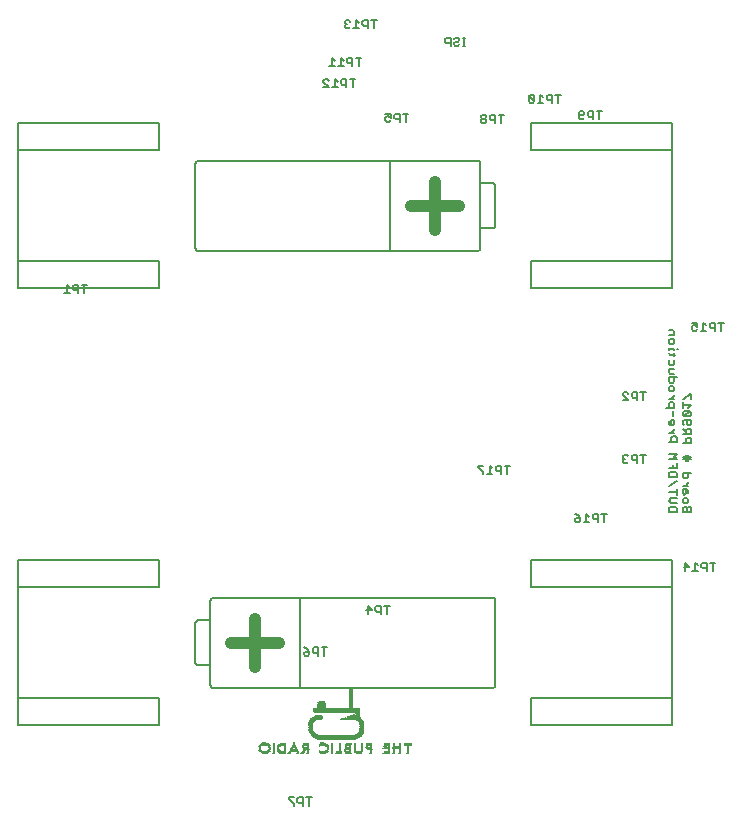
<source format=gbo>
G75*
%MOIN*%
%OFA0B0*%
%FSLAX24Y24*%
%IPPOS*%
%LPD*%
%AMOC8*
5,1,8,0,0,1.08239X$1,22.5*
%
%ADD10R,0.0010X0.0010*%
%ADD11R,0.0070X0.0010*%
%ADD12R,0.0080X0.0010*%
%ADD13R,0.0090X0.0010*%
%ADD14R,0.0230X0.0010*%
%ADD15R,0.0150X0.0010*%
%ADD16R,0.0170X0.0010*%
%ADD17R,0.0190X0.0010*%
%ADD18R,0.0100X0.0010*%
%ADD19R,0.0180X0.0010*%
%ADD20R,0.0210X0.0010*%
%ADD21R,0.0200X0.0010*%
%ADD22R,0.0110X0.0010*%
%ADD23R,0.0220X0.0010*%
%ADD24R,0.0250X0.0010*%
%ADD25R,0.0240X0.0010*%
%ADD26R,0.0270X0.0010*%
%ADD27R,0.0260X0.0010*%
%ADD28R,0.0290X0.0010*%
%ADD29R,0.0310X0.0010*%
%ADD30R,0.0130X0.0010*%
%ADD31R,0.0280X0.0010*%
%ADD32R,0.0050X0.0010*%
%ADD33R,0.0120X0.0010*%
%ADD34R,0.0030X0.0010*%
%ADD35R,0.0020X0.0010*%
%ADD36R,0.0160X0.0010*%
%ADD37R,0.0300X0.0010*%
%ADD38R,0.0060X0.0010*%
%ADD39R,0.0040X0.0010*%
%ADD40R,0.1290X0.0010*%
%ADD41R,0.1410X0.0010*%
%ADD42R,0.1490X0.0010*%
%ADD43R,0.1550X0.0010*%
%ADD44R,0.1610X0.0010*%
%ADD45R,0.1650X0.0010*%
%ADD46R,0.1690X0.0010*%
%ADD47R,0.0140X0.0010*%
%ADD48R,0.0700X0.0010*%
%ADD49R,0.0370X0.0010*%
%ADD50R,0.0620X0.0010*%
%ADD51R,0.0550X0.0010*%
%ADD52R,0.0350X0.0010*%
%ADD53R,0.0450X0.0010*%
%ADD54R,0.0330X0.0010*%
%ADD55R,0.0380X0.0010*%
%ADD56R,0.1540X0.0010*%
%ADD57R,0.1560X0.0010*%
%ADD58R,0.1530X0.0010*%
%ADD59C,0.0060*%
%ADD60C,0.0050*%
%ADD61C,0.0080*%
%ADD62C,0.0400*%
D10*
X011220Y002960D03*
X011250Y003030D03*
X011290Y003030D03*
X011320Y002960D03*
X011560Y002960D03*
X011580Y002960D03*
X011600Y002960D03*
X011780Y002980D03*
X011860Y002960D03*
X011880Y002960D03*
X011900Y002960D03*
X011920Y002960D03*
X011940Y002960D03*
X011960Y002960D03*
X011980Y002960D03*
X012060Y002960D03*
X012080Y002960D03*
X012100Y002960D03*
X012120Y002960D03*
X012180Y003040D03*
X012200Y003040D03*
X012220Y003040D03*
X012240Y003040D03*
X012260Y003040D03*
X012280Y003040D03*
X012300Y003040D03*
X012360Y002960D03*
X012380Y002960D03*
X012400Y002960D03*
X012420Y002960D03*
X012480Y002960D03*
X012500Y002960D03*
X012520Y002960D03*
X012540Y002960D03*
X012560Y002960D03*
X012680Y002960D03*
X012700Y002960D03*
X012720Y002960D03*
X012740Y002960D03*
X012570Y003110D03*
X012590Y003310D03*
X012240Y003340D03*
X011840Y003240D03*
X011810Y003310D03*
X011320Y003320D03*
X011300Y003320D03*
X011280Y003320D03*
X011260Y003320D03*
X011240Y003320D03*
X011220Y003320D03*
X011250Y003250D03*
X011270Y003250D03*
X011320Y003240D03*
X012760Y003740D03*
X012760Y003760D03*
X012760Y003820D03*
X012760Y003840D03*
X012760Y003900D03*
X012760Y003920D03*
X012760Y003980D03*
X012760Y004000D03*
X012880Y003960D03*
X012880Y003940D03*
X012880Y003880D03*
X012880Y003860D03*
X012880Y003800D03*
X012880Y003780D03*
X012940Y003660D03*
X012960Y003640D03*
X013020Y003600D03*
X013050Y003590D03*
X013060Y003580D03*
X013060Y003440D03*
X013080Y003440D03*
X013160Y003320D03*
X013180Y003320D03*
X013240Y003320D03*
X013260Y003320D03*
X013230Y003250D03*
X013210Y003250D03*
X013150Y003230D03*
X013110Y003210D03*
X013110Y003070D03*
X013210Y003030D03*
X013230Y003030D03*
X013260Y002960D03*
X013160Y002960D03*
X013500Y002960D03*
X013520Y002960D03*
X013540Y002960D03*
X013560Y002960D03*
X013660Y002960D03*
X013680Y002960D03*
X013700Y002960D03*
X013720Y002960D03*
X013740Y002960D03*
X013760Y002960D03*
X013780Y002960D03*
X013800Y002960D03*
X013820Y002960D03*
X014040Y002960D03*
X014060Y002960D03*
X014080Y002960D03*
X014100Y002960D03*
X014120Y002960D03*
X014140Y002960D03*
X014360Y002960D03*
X014390Y003030D03*
X014410Y003030D03*
X014510Y002990D03*
X014720Y003100D03*
X014750Y003170D03*
X014780Y002960D03*
X014800Y002960D03*
X014820Y002960D03*
X014840Y002960D03*
X015220Y002960D03*
X015240Y002960D03*
X015260Y002960D03*
X015280Y002960D03*
X015300Y002960D03*
X015320Y002960D03*
X015340Y002960D03*
X015360Y002960D03*
X015380Y002960D03*
X015400Y002960D03*
X015420Y002960D03*
X015540Y002960D03*
X015560Y002960D03*
X015580Y002960D03*
X015600Y002960D03*
X015760Y002960D03*
X015780Y002960D03*
X015800Y002960D03*
X015820Y002960D03*
X016020Y002960D03*
X016040Y002960D03*
X016060Y002960D03*
X016080Y002960D03*
X015730Y003190D03*
X015710Y003190D03*
X015690Y003190D03*
X015670Y003190D03*
X015650Y003190D03*
X015630Y003190D03*
X015350Y003190D03*
X015330Y003190D03*
X015310Y003190D03*
X015290Y003190D03*
X015270Y003190D03*
X015250Y003190D03*
X015230Y003190D03*
X015220Y003120D03*
X015240Y003120D03*
X015260Y003120D03*
X015280Y003120D03*
X015300Y003120D03*
X015320Y003120D03*
X015340Y003120D03*
X014480Y003540D03*
X014450Y003510D03*
X014420Y003500D03*
X014500Y003580D03*
X014580Y003740D03*
X014580Y003760D03*
X014580Y003820D03*
X014580Y003840D03*
X014580Y003900D03*
X014580Y003920D03*
X014580Y003980D03*
X014580Y004000D03*
X014560Y004020D03*
X014560Y004040D03*
X014540Y004080D03*
X014520Y004100D03*
X014460Y004160D03*
X014440Y004180D03*
X014440Y004200D03*
X014440Y004260D03*
X014440Y004280D03*
X014440Y004340D03*
X014440Y004360D03*
X014440Y004420D03*
X014440Y004440D03*
X014270Y004330D03*
X014230Y004330D03*
X014190Y004330D03*
X014170Y004330D03*
X014150Y004330D03*
X014110Y004330D03*
X014070Y004330D03*
X014030Y004330D03*
X013990Y004330D03*
X013950Y004330D03*
X013910Y004330D03*
X013870Y004330D03*
X013830Y004330D03*
X013790Y004330D03*
X013750Y004330D03*
X013710Y004330D03*
X013670Y004330D03*
X013630Y004330D03*
X013590Y004330D03*
X013550Y004330D03*
X013510Y004330D03*
X013470Y004330D03*
X013430Y004330D03*
X013390Y004330D03*
X013350Y004330D03*
X013310Y004330D03*
X013270Y004330D03*
X013230Y004330D03*
X013190Y004330D03*
X013150Y004330D03*
X013110Y004330D03*
X013070Y004330D03*
X013030Y004330D03*
X012990Y004330D03*
X012950Y004330D03*
X012940Y004340D03*
X012900Y004420D03*
X012900Y004440D03*
X012920Y004460D03*
X012930Y004470D03*
X012950Y004470D03*
X013060Y004500D03*
X013060Y004520D03*
X013060Y004580D03*
X013060Y004600D03*
X013060Y004660D03*
X013300Y004640D03*
X013300Y004620D03*
X013300Y004560D03*
X013300Y004540D03*
X013300Y004480D03*
X013170Y004230D03*
X013180Y004220D03*
X013200Y004180D03*
X013180Y004140D03*
X013140Y004100D03*
X013120Y004100D03*
X013100Y004100D03*
X013080Y004100D03*
X013050Y004090D03*
X012940Y004060D03*
X012920Y004040D03*
X012900Y004000D03*
X012820Y004120D03*
X012840Y004140D03*
X012900Y004180D03*
X012940Y004200D03*
X012980Y004220D03*
X013000Y004220D03*
X013010Y004230D03*
X013030Y004230D03*
X013820Y004100D03*
X013840Y004100D03*
X013860Y004100D03*
X013860Y004120D03*
X013880Y004100D03*
X013900Y004100D03*
X013920Y004100D03*
X013940Y004100D03*
X013960Y004100D03*
X013980Y004100D03*
X014000Y004100D03*
X014020Y004100D03*
X014040Y004100D03*
X014060Y004100D03*
X014080Y004100D03*
X014100Y004100D03*
X014120Y004100D03*
X014140Y004100D03*
X014160Y004100D03*
X014180Y004100D03*
X014200Y004100D03*
X014220Y004100D03*
X014240Y004100D03*
X014260Y004100D03*
X014270Y004090D03*
X014290Y004090D03*
X014420Y004020D03*
X014440Y004000D03*
X014440Y003980D03*
X014460Y003940D03*
X014460Y003880D03*
X014460Y003860D03*
X014460Y003800D03*
X014460Y003780D03*
X014320Y003600D03*
X014280Y003580D03*
X014260Y003580D03*
X014260Y003440D03*
X014010Y003310D03*
X013920Y004140D03*
X013930Y004150D03*
X013990Y004170D03*
X014050Y004190D03*
X014080Y004200D03*
X014100Y004200D03*
X014110Y004210D03*
X014140Y004220D03*
X014160Y004220D03*
X014260Y004260D03*
X014220Y004480D03*
X014220Y004540D03*
X014220Y004560D03*
X014220Y004620D03*
X014220Y004640D03*
X014220Y004700D03*
X014220Y004720D03*
X014220Y004780D03*
X014220Y004800D03*
X014220Y004860D03*
X014220Y004880D03*
X014220Y004940D03*
X014220Y004960D03*
X014220Y005020D03*
X014220Y005040D03*
X014220Y005100D03*
X014220Y005120D03*
X014200Y005160D03*
X014100Y005140D03*
X014100Y005080D03*
X014100Y005060D03*
X014100Y005000D03*
X014100Y004980D03*
X014100Y004920D03*
X014100Y004900D03*
X014100Y004840D03*
X014100Y004820D03*
X014100Y004760D03*
X014100Y004740D03*
X014100Y004680D03*
X014100Y004660D03*
X014100Y004600D03*
X014100Y004580D03*
X014100Y004520D03*
X014100Y004500D03*
X012920Y003500D03*
X012840Y003580D03*
D11*
X012710Y003240D03*
X012710Y003220D03*
X012710Y003200D03*
X012710Y003180D03*
X012710Y003080D03*
X012710Y003060D03*
X012710Y003040D03*
X012710Y003020D03*
X012710Y003000D03*
X012710Y002980D03*
X012240Y003290D03*
X011580Y003290D03*
X011580Y003310D03*
X011580Y003270D03*
X011580Y003250D03*
X011580Y003230D03*
X011580Y003210D03*
X011580Y003190D03*
X011580Y003170D03*
X011580Y003150D03*
X011580Y003130D03*
X011580Y003110D03*
X011580Y003090D03*
X011580Y003070D03*
X011580Y003050D03*
X011580Y003030D03*
X011580Y003010D03*
X011580Y002990D03*
X011580Y002970D03*
X011430Y003120D03*
X011430Y003140D03*
X011430Y003160D03*
X011270Y002960D03*
X011110Y003100D03*
X013210Y002960D03*
X013370Y003100D03*
X013370Y003180D03*
X013950Y003080D03*
X013950Y003060D03*
X014290Y003080D03*
X014290Y003100D03*
X014290Y003120D03*
X014290Y003140D03*
X014290Y003160D03*
X014290Y003180D03*
X014290Y003200D03*
X014290Y003220D03*
X014290Y003240D03*
X014290Y003260D03*
X014290Y003280D03*
X014290Y003300D03*
X014510Y003300D03*
X014510Y003280D03*
X014510Y003260D03*
X014510Y003240D03*
X014510Y003220D03*
X014510Y003200D03*
X014510Y003180D03*
X014510Y003160D03*
X014510Y003140D03*
X014510Y003120D03*
X014510Y003100D03*
X014410Y002960D03*
X014810Y002980D03*
X014810Y003000D03*
X014810Y003020D03*
X014810Y003040D03*
X014810Y003060D03*
X014810Y003080D03*
X014810Y003180D03*
X014810Y003200D03*
X014810Y003220D03*
X014810Y003240D03*
X015790Y003240D03*
X015790Y003260D03*
X015790Y003280D03*
X015790Y003300D03*
X015790Y003220D03*
X015790Y003200D03*
X015790Y003100D03*
X015790Y003080D03*
X015790Y003060D03*
X015790Y003040D03*
X015790Y003020D03*
X015790Y003000D03*
X015790Y002980D03*
X014160Y005170D03*
D12*
X013795Y003310D03*
X013795Y003300D03*
X013795Y003290D03*
X013795Y003280D03*
X013795Y003270D03*
X013795Y003260D03*
X013795Y003250D03*
X013795Y003240D03*
X013795Y003230D03*
X013795Y003220D03*
X013795Y003210D03*
X013795Y003200D03*
X013795Y003190D03*
X013795Y003180D03*
X013795Y003170D03*
X013795Y003160D03*
X013795Y003150D03*
X013795Y003140D03*
X013795Y003130D03*
X013795Y003120D03*
X013795Y003110D03*
X013795Y003100D03*
X013795Y003090D03*
X013795Y003080D03*
X013795Y003070D03*
X013795Y003060D03*
X013795Y003050D03*
X013795Y003040D03*
X013955Y003090D03*
X013985Y003200D03*
X013985Y003210D03*
X013985Y003220D03*
X014115Y003220D03*
X014115Y003230D03*
X014115Y003240D03*
X014115Y003210D03*
X014115Y003200D03*
X014115Y003190D03*
X014115Y003180D03*
X014115Y003100D03*
X014115Y003090D03*
X014115Y003080D03*
X014115Y003070D03*
X014115Y003060D03*
X014115Y003050D03*
X014115Y003040D03*
X014295Y003060D03*
X014495Y003050D03*
X014505Y003080D03*
X014665Y003180D03*
X014665Y003190D03*
X014665Y003200D03*
X014665Y003210D03*
X014665Y003220D03*
X015405Y003220D03*
X015405Y003230D03*
X015405Y003240D03*
X015405Y003210D03*
X015405Y003200D03*
X015405Y003190D03*
X015405Y003110D03*
X015405Y003100D03*
X015405Y003090D03*
X015405Y003080D03*
X015405Y003070D03*
X015405Y003060D03*
X015405Y003050D03*
X015405Y003040D03*
X015575Y003040D03*
X015575Y003050D03*
X015575Y003060D03*
X015575Y003070D03*
X015575Y003080D03*
X015575Y003090D03*
X015575Y003100D03*
X015575Y003110D03*
X015575Y003190D03*
X015575Y003200D03*
X015575Y003210D03*
X015575Y003220D03*
X015575Y003230D03*
X015575Y003240D03*
X015575Y003250D03*
X015575Y003260D03*
X015575Y003270D03*
X015575Y003280D03*
X015575Y003290D03*
X015575Y003300D03*
X015575Y003310D03*
X015575Y003030D03*
X015575Y003020D03*
X015575Y003010D03*
X015575Y003000D03*
X015575Y002990D03*
X015575Y002980D03*
X015575Y002970D03*
X016045Y002970D03*
X016045Y002980D03*
X016045Y002990D03*
X016045Y003000D03*
X016045Y003010D03*
X016045Y003020D03*
X016045Y003030D03*
X016045Y003040D03*
X016045Y003050D03*
X016045Y003060D03*
X016045Y003070D03*
X016045Y003080D03*
X016045Y003090D03*
X016045Y003100D03*
X016045Y003110D03*
X016045Y003120D03*
X016045Y003130D03*
X016045Y003140D03*
X016045Y003150D03*
X016045Y003160D03*
X016045Y003170D03*
X016045Y003180D03*
X016045Y003190D03*
X016045Y003200D03*
X016045Y003210D03*
X016045Y003220D03*
X016045Y003230D03*
X016045Y003240D03*
X013525Y003240D03*
X013525Y003250D03*
X013525Y003260D03*
X013525Y003270D03*
X013525Y003280D03*
X013525Y003290D03*
X013525Y003300D03*
X013525Y003310D03*
X013525Y003230D03*
X013525Y003220D03*
X013525Y003210D03*
X013525Y003200D03*
X013525Y003190D03*
X013525Y003180D03*
X013525Y003170D03*
X013525Y003160D03*
X013525Y003150D03*
X013525Y003140D03*
X013525Y003130D03*
X013525Y003120D03*
X013525Y003110D03*
X013525Y003100D03*
X013525Y003090D03*
X013525Y003080D03*
X013525Y003070D03*
X013525Y003060D03*
X013525Y003050D03*
X013525Y003040D03*
X013525Y003030D03*
X013525Y003020D03*
X013525Y003010D03*
X013525Y003000D03*
X013525Y002990D03*
X013525Y002980D03*
X013525Y002970D03*
X013375Y003120D03*
X013375Y003130D03*
X013375Y003140D03*
X013375Y003150D03*
X013375Y003160D03*
X012555Y003190D03*
X012555Y003200D03*
X012555Y003210D03*
X012555Y003220D03*
X012315Y003120D03*
X012295Y003160D03*
X012175Y003150D03*
X012175Y003140D03*
X012115Y003020D03*
X012105Y003000D03*
X011945Y003040D03*
X011945Y003050D03*
X011945Y003060D03*
X011945Y003070D03*
X011945Y003080D03*
X011945Y003090D03*
X011945Y003100D03*
X011945Y003110D03*
X011945Y003120D03*
X011945Y003130D03*
X011945Y003140D03*
X011945Y003150D03*
X011945Y003160D03*
X011945Y003170D03*
X011945Y003180D03*
X011945Y003190D03*
X011945Y003200D03*
X011945Y003210D03*
X011945Y003220D03*
X011945Y003230D03*
X011945Y003240D03*
X011715Y003170D03*
X011715Y003150D03*
X011715Y003140D03*
X011715Y003130D03*
X011715Y003120D03*
X011715Y003110D03*
X011425Y003100D03*
X011425Y003090D03*
X011425Y003180D03*
X011425Y003190D03*
X011115Y003180D03*
X011105Y003160D03*
X011105Y003140D03*
X011105Y003130D03*
X011105Y003120D03*
X012235Y003270D03*
X012235Y003280D03*
X012355Y003040D03*
X012375Y003000D03*
X012385Y002980D03*
D13*
X012380Y002990D03*
X012370Y003010D03*
X012360Y003020D03*
X012360Y003030D03*
X012390Y002970D03*
X012540Y002980D03*
X012590Y003050D03*
X012600Y003060D03*
X012710Y003070D03*
X012710Y003050D03*
X012710Y003030D03*
X012710Y003010D03*
X012710Y002990D03*
X012710Y002970D03*
X012710Y003170D03*
X012710Y003190D03*
X012710Y003210D03*
X012710Y003230D03*
X012560Y003230D03*
X012560Y003180D03*
X012310Y003130D03*
X012300Y003140D03*
X012300Y003150D03*
X012290Y003170D03*
X012190Y003170D03*
X012180Y003160D03*
X012170Y003130D03*
X012160Y003120D03*
X012120Y003040D03*
X012120Y003030D03*
X012110Y003010D03*
X012100Y002980D03*
X012090Y002970D03*
X012240Y003260D03*
X011740Y003220D03*
X011730Y003200D03*
X011730Y003190D03*
X011720Y003180D03*
X011720Y003160D03*
X011720Y003100D03*
X011730Y003090D03*
X011730Y003080D03*
X011740Y003060D03*
X011580Y003060D03*
X011580Y003040D03*
X011580Y003020D03*
X011580Y003000D03*
X011580Y002980D03*
X011580Y003080D03*
X011580Y003100D03*
X011580Y003120D03*
X011580Y003140D03*
X011580Y003160D03*
X011580Y003180D03*
X011580Y003200D03*
X011580Y003220D03*
X011580Y003240D03*
X011580Y003260D03*
X011580Y003280D03*
X011580Y003300D03*
X011420Y003200D03*
X011410Y003210D03*
X011430Y003170D03*
X011430Y003150D03*
X011430Y003130D03*
X011430Y003110D03*
X011420Y003080D03*
X011410Y003070D03*
X011120Y003080D03*
X011110Y003090D03*
X011110Y003110D03*
X011110Y003150D03*
X011110Y003170D03*
X011110Y003190D03*
X011120Y003200D03*
X013150Y003250D03*
X013360Y003200D03*
X013370Y003190D03*
X013370Y003170D03*
X013370Y003110D03*
X013370Y003090D03*
X013360Y003080D03*
X013150Y003030D03*
X013950Y003050D03*
X013960Y003040D03*
X013950Y003070D03*
X013960Y003100D03*
X014000Y003180D03*
X013990Y003190D03*
X013990Y003230D03*
X014000Y003240D03*
X014290Y003250D03*
X014290Y003270D03*
X014290Y003290D03*
X014290Y003310D03*
X014290Y003230D03*
X014290Y003210D03*
X014290Y003190D03*
X014290Y003170D03*
X014290Y003150D03*
X014290Y003130D03*
X014290Y003110D03*
X014290Y003090D03*
X014290Y003070D03*
X014300Y003050D03*
X014500Y003060D03*
X014510Y003070D03*
X014510Y003090D03*
X014510Y003110D03*
X014510Y003130D03*
X014510Y003150D03*
X014510Y003170D03*
X014510Y003190D03*
X014510Y003210D03*
X014510Y003230D03*
X014510Y003250D03*
X014510Y003270D03*
X014510Y003290D03*
X014510Y003310D03*
X014670Y003230D03*
X014680Y003240D03*
X014810Y003230D03*
X014810Y003210D03*
X014810Y003190D03*
X014810Y003170D03*
X014810Y003090D03*
X014810Y003070D03*
X014810Y003050D03*
X014810Y003030D03*
X014810Y003010D03*
X014810Y002990D03*
X014810Y002970D03*
X015400Y003120D03*
X015790Y003110D03*
X015790Y003090D03*
X015790Y003070D03*
X015790Y003050D03*
X015790Y003030D03*
X015790Y003010D03*
X015790Y002990D03*
X015790Y002970D03*
X015790Y003190D03*
X015790Y003210D03*
X015790Y003230D03*
X015790Y003250D03*
X015790Y003270D03*
X015790Y003290D03*
X015790Y003310D03*
D14*
X015330Y003310D03*
X015330Y003300D03*
X015330Y003290D03*
X015330Y003280D03*
X015330Y003270D03*
X015330Y003260D03*
X015330Y003250D03*
X015330Y003180D03*
X015330Y003170D03*
X015330Y003160D03*
X015330Y003150D03*
X015330Y003140D03*
X015330Y003130D03*
X015330Y003030D03*
X015330Y003020D03*
X015330Y003010D03*
X015330Y003000D03*
X015330Y002990D03*
X015330Y002980D03*
X015330Y002970D03*
X014740Y003250D03*
X014040Y003110D03*
X014040Y003030D03*
X014040Y003020D03*
X014040Y003010D03*
X013220Y002990D03*
X013220Y003290D03*
X012920Y003590D03*
X012640Y003270D03*
X012640Y003250D03*
X012640Y003150D03*
X011870Y003280D03*
X011870Y003000D03*
X013180Y004490D03*
X013180Y004570D03*
X013180Y004650D03*
X013180Y004670D03*
X013180Y004690D03*
X014420Y004090D03*
D15*
X014500Y004010D03*
X014510Y003990D03*
X014520Y003950D03*
X014520Y003930D03*
X014520Y003910D03*
X014520Y003890D03*
X014520Y003870D03*
X014520Y003850D03*
X014520Y003830D03*
X014520Y003810D03*
X014520Y003790D03*
X014520Y003770D03*
X014520Y003750D03*
X014500Y003710D03*
X014500Y003690D03*
X014780Y003310D03*
X014400Y002970D03*
X012840Y003690D03*
X012820Y003750D03*
X012820Y003770D03*
X012820Y003790D03*
X012820Y003810D03*
X012820Y003830D03*
X012820Y003870D03*
X012820Y003890D03*
X012820Y003910D03*
X012820Y003950D03*
X012820Y003970D03*
X012820Y003990D03*
X012680Y003310D03*
X012240Y003210D03*
X011360Y003250D03*
X014160Y004470D03*
X014160Y004490D03*
X014160Y004510D03*
X014160Y004530D03*
X014160Y004550D03*
X014160Y004570D03*
X014160Y004590D03*
X014160Y004610D03*
X014160Y004630D03*
X014160Y004650D03*
X014160Y004670D03*
X014160Y004690D03*
X014160Y004710D03*
X014160Y004730D03*
X014160Y004750D03*
X014160Y004770D03*
X014160Y004790D03*
X014160Y004810D03*
X014160Y004830D03*
X014160Y004850D03*
X014160Y004870D03*
X014160Y004890D03*
X014160Y004910D03*
X014160Y004930D03*
X014160Y004950D03*
X014160Y004970D03*
X014160Y004990D03*
X014160Y005010D03*
X014160Y005030D03*
X014160Y005050D03*
X014160Y005070D03*
X014160Y005090D03*
X014160Y005110D03*
D16*
X014470Y004050D03*
X014490Y004030D03*
X014490Y003670D03*
X014470Y003650D03*
X014760Y003300D03*
X014760Y003120D03*
X014770Y003110D03*
X014400Y002980D03*
X014070Y002970D03*
X014070Y003290D03*
X013210Y003310D03*
X013210Y002970D03*
X012670Y003110D03*
X012660Y003300D03*
X012240Y003180D03*
X012850Y003670D03*
X012870Y003650D03*
X011270Y003310D03*
X011270Y002970D03*
D17*
X011270Y003300D03*
X011890Y003300D03*
X011890Y002980D03*
X012660Y003090D03*
X012900Y003610D03*
X012880Y003630D03*
X012880Y004070D03*
X013180Y004710D03*
X013210Y003300D03*
X013740Y003030D03*
X013740Y003020D03*
X013740Y003010D03*
X013740Y003000D03*
X013740Y002990D03*
X013740Y002980D03*
X013740Y002970D03*
X014060Y002980D03*
X014060Y003270D03*
X014440Y003610D03*
X014460Y003630D03*
X014760Y003290D03*
X014750Y003280D03*
D18*
X014495Y003040D03*
X014305Y003040D03*
X013355Y003060D03*
X013355Y003070D03*
X013355Y003210D03*
X013345Y003220D03*
X012615Y003080D03*
X012605Y003070D03*
X012585Y003040D03*
X012575Y003030D03*
X012565Y003020D03*
X012555Y003000D03*
X012525Y002970D03*
X012105Y002990D03*
X011405Y003060D03*
X011405Y003220D03*
X011135Y003220D03*
X011125Y003210D03*
X011125Y003070D03*
X011135Y003060D03*
D19*
X011895Y002970D03*
X012655Y003120D03*
X012855Y004050D03*
X014065Y003280D03*
D20*
X014050Y003250D03*
X014050Y003150D03*
X014050Y003140D03*
X014050Y002990D03*
X014740Y003160D03*
X014740Y003260D03*
X014750Y003270D03*
X014450Y004070D03*
X013220Y002980D03*
X012650Y003130D03*
X012640Y003140D03*
X012640Y003260D03*
D21*
X012645Y003280D03*
X012655Y003290D03*
X014055Y003260D03*
X014055Y003170D03*
X014055Y003160D03*
X014395Y002990D03*
X014745Y003140D03*
X014755Y003130D03*
X011265Y002980D03*
D22*
X011150Y003040D03*
X011140Y003050D03*
X011140Y003230D03*
X011150Y003240D03*
X011390Y003240D03*
X011400Y003230D03*
X011400Y003050D03*
X011390Y003040D03*
X011740Y003070D03*
X011760Y003050D03*
X011740Y003210D03*
X011760Y003230D03*
X011770Y003240D03*
X012240Y003250D03*
X012570Y003240D03*
X012580Y003170D03*
X012560Y003010D03*
X012540Y002990D03*
X013330Y003040D03*
X013340Y003050D03*
X013340Y003230D03*
X013330Y003240D03*
X014320Y003030D03*
X014480Y003030D03*
X014680Y003170D03*
X014790Y003100D03*
X013100Y004230D03*
X014160Y005150D03*
D23*
X014335Y004250D03*
X014045Y003130D03*
X014045Y003120D03*
X014045Y003000D03*
X014395Y003000D03*
X014745Y003150D03*
X012635Y003160D03*
X011875Y003290D03*
X011875Y002990D03*
D24*
X011860Y003260D03*
X012240Y003110D03*
X012240Y003100D03*
X013230Y003010D03*
X013230Y003270D03*
X012910Y004090D03*
X013070Y004210D03*
X013180Y004510D03*
X013180Y004530D03*
X013180Y004550D03*
X013180Y004590D03*
X013180Y004610D03*
X013180Y004630D03*
X014410Y003590D03*
X014400Y003020D03*
X016040Y003260D03*
X016050Y003270D03*
X016040Y003280D03*
X016050Y003290D03*
X016040Y003300D03*
X016050Y003310D03*
X016050Y003250D03*
X011270Y003290D03*
X011270Y002990D03*
D25*
X013225Y003000D03*
X013225Y003280D03*
X014395Y003010D03*
D26*
X014300Y004230D03*
X013180Y004470D03*
X012240Y003090D03*
X011850Y003250D03*
X011270Y003280D03*
X011270Y003000D03*
D27*
X011855Y003010D03*
X011855Y003020D03*
X011855Y003270D03*
X013235Y003260D03*
X013235Y003020D03*
D28*
X012240Y003060D03*
X012240Y003070D03*
X011270Y003010D03*
X011270Y003270D03*
X013050Y004190D03*
X015680Y003180D03*
X015680Y003160D03*
X015680Y003140D03*
X015680Y003120D03*
D29*
X014280Y004210D03*
X012240Y003050D03*
X011270Y003020D03*
X011270Y003260D03*
D30*
X011170Y003250D03*
X011170Y003030D03*
X011370Y003030D03*
X012240Y003220D03*
X013310Y003250D03*
X013310Y003030D03*
X014090Y003310D03*
X014370Y004290D03*
X014370Y004310D03*
D31*
X012235Y003080D03*
X011845Y003030D03*
D32*
X012240Y003300D03*
X013130Y003040D03*
D33*
X012235Y003230D03*
X012235Y003240D03*
X011765Y003040D03*
D34*
X012240Y003330D03*
X012810Y003620D03*
X012810Y003640D03*
X012790Y003660D03*
X012790Y003680D03*
X012810Y003700D03*
X012810Y003720D03*
X012790Y003740D03*
X012790Y003760D03*
X012770Y003780D03*
X012770Y003800D03*
X012790Y003820D03*
X012790Y003840D03*
X012770Y003860D03*
X012770Y003880D03*
X012790Y003900D03*
X012790Y003920D03*
X012770Y003940D03*
X012770Y003960D03*
X012790Y003980D03*
X012790Y004000D03*
X012770Y004020D03*
X012810Y004020D03*
X012810Y004040D03*
X012790Y004060D03*
X012830Y004060D03*
X012830Y004080D03*
X012810Y004100D03*
X012850Y004100D03*
X012850Y004120D03*
X012870Y004140D03*
X012870Y004160D03*
X012910Y004160D03*
X012910Y004140D03*
X012890Y004120D03*
X012890Y004100D03*
X012870Y004080D03*
X012870Y004060D03*
X012850Y004040D03*
X012850Y004020D03*
X012830Y004000D03*
X012830Y003980D03*
X012810Y003960D03*
X012810Y003940D03*
X012830Y003920D03*
X012830Y003900D03*
X012810Y003880D03*
X012810Y003860D03*
X012830Y003840D03*
X012830Y003820D03*
X012810Y003800D03*
X012810Y003780D03*
X012830Y003760D03*
X012830Y003740D03*
X012850Y003720D03*
X012850Y003700D03*
X012830Y003680D03*
X012830Y003660D03*
X012850Y003640D03*
X012850Y003620D03*
X012830Y003600D03*
X012870Y003600D03*
X012870Y003580D03*
X012850Y003560D03*
X012890Y003560D03*
X012890Y003540D03*
X012910Y003520D03*
X012930Y003540D03*
X012930Y003560D03*
X012910Y003580D03*
X012910Y003600D03*
X012890Y003620D03*
X012890Y003640D03*
X012870Y003660D03*
X012870Y003680D03*
X012890Y003700D03*
X012890Y003720D03*
X012870Y003740D03*
X012870Y003760D03*
X012850Y003780D03*
X012850Y003800D03*
X012870Y003820D03*
X012870Y003840D03*
X012850Y003860D03*
X012850Y003880D03*
X012870Y003900D03*
X012870Y003920D03*
X012850Y003940D03*
X012850Y003960D03*
X012870Y003980D03*
X012870Y004000D03*
X012890Y004020D03*
X012890Y004040D03*
X012910Y004060D03*
X012910Y004080D03*
X012930Y004100D03*
X012930Y004120D03*
X012950Y004140D03*
X012950Y004160D03*
X012930Y004180D03*
X012970Y004180D03*
X012970Y004200D03*
X013010Y004200D03*
X013010Y004180D03*
X013030Y004160D03*
X013030Y004140D03*
X013010Y004120D03*
X013010Y004100D03*
X012990Y004080D03*
X012970Y004100D03*
X012970Y004120D03*
X012990Y004140D03*
X012990Y004160D03*
X013050Y004180D03*
X013050Y004200D03*
X013030Y004220D03*
X013070Y004220D03*
X013090Y004200D03*
X013090Y004180D03*
X013070Y004160D03*
X013070Y004140D03*
X013050Y004120D03*
X013050Y004100D03*
X013090Y004120D03*
X013110Y004140D03*
X013110Y004160D03*
X013130Y004180D03*
X013130Y004200D03*
X013110Y004220D03*
X013150Y004220D03*
X013170Y004200D03*
X013170Y004180D03*
X013150Y004160D03*
X013150Y004140D03*
X013130Y004120D03*
X013170Y004120D03*
X013190Y004160D03*
X013170Y004340D03*
X013170Y004360D03*
X013150Y004380D03*
X013150Y004400D03*
X013130Y004420D03*
X013130Y004440D03*
X013110Y004460D03*
X013110Y004480D03*
X013090Y004500D03*
X013090Y004520D03*
X013070Y004540D03*
X013070Y004560D03*
X013090Y004580D03*
X013090Y004600D03*
X013070Y004620D03*
X013070Y004640D03*
X013090Y004660D03*
X013090Y004680D03*
X013110Y004700D03*
X013130Y004680D03*
X013130Y004660D03*
X013110Y004640D03*
X013110Y004620D03*
X013130Y004600D03*
X013130Y004580D03*
X013110Y004560D03*
X013110Y004540D03*
X013130Y004520D03*
X013130Y004500D03*
X013150Y004480D03*
X013150Y004460D03*
X013170Y004440D03*
X013170Y004420D03*
X013190Y004400D03*
X013190Y004380D03*
X013210Y004360D03*
X013210Y004340D03*
X013250Y004340D03*
X013250Y004360D03*
X013230Y004380D03*
X013230Y004400D03*
X013210Y004420D03*
X013210Y004440D03*
X013190Y004460D03*
X013190Y004480D03*
X013170Y004500D03*
X013170Y004520D03*
X013150Y004540D03*
X013150Y004560D03*
X013170Y004580D03*
X013170Y004600D03*
X013150Y004620D03*
X013150Y004640D03*
X013170Y004660D03*
X013170Y004680D03*
X013150Y004700D03*
X013190Y004700D03*
X013210Y004680D03*
X013210Y004660D03*
X013190Y004640D03*
X013190Y004620D03*
X013210Y004600D03*
X013210Y004580D03*
X013190Y004560D03*
X013190Y004540D03*
X013210Y004520D03*
X013210Y004500D03*
X013230Y004480D03*
X013230Y004460D03*
X013250Y004440D03*
X013250Y004420D03*
X013270Y004400D03*
X013270Y004380D03*
X013290Y004360D03*
X013290Y004340D03*
X013330Y004340D03*
X013330Y004360D03*
X013310Y004380D03*
X013310Y004400D03*
X013290Y004420D03*
X013290Y004440D03*
X013310Y004460D03*
X013330Y004440D03*
X013330Y004420D03*
X013350Y004400D03*
X013350Y004380D03*
X013370Y004360D03*
X013370Y004340D03*
X013410Y004340D03*
X013410Y004360D03*
X013390Y004380D03*
X013390Y004400D03*
X013370Y004420D03*
X013370Y004440D03*
X013350Y004460D03*
X013340Y004470D03*
X013380Y004470D03*
X013390Y004460D03*
X013410Y004440D03*
X013410Y004420D03*
X013430Y004400D03*
X013430Y004380D03*
X013450Y004360D03*
X013450Y004340D03*
X013490Y004340D03*
X013490Y004360D03*
X013470Y004380D03*
X013470Y004400D03*
X013450Y004420D03*
X013450Y004440D03*
X013430Y004460D03*
X013420Y004470D03*
X013460Y004470D03*
X013470Y004460D03*
X013490Y004440D03*
X013490Y004420D03*
X013510Y004400D03*
X013510Y004380D03*
X013530Y004360D03*
X013530Y004340D03*
X013570Y004340D03*
X013570Y004360D03*
X013590Y004380D03*
X013590Y004400D03*
X013570Y004420D03*
X013570Y004440D03*
X013590Y004460D03*
X013580Y004470D03*
X013550Y004460D03*
X013540Y004470D03*
X013510Y004460D03*
X013500Y004470D03*
X013530Y004440D03*
X013530Y004420D03*
X013550Y004400D03*
X013550Y004380D03*
X013610Y004360D03*
X013610Y004340D03*
X013650Y004340D03*
X013650Y004360D03*
X013630Y004380D03*
X013630Y004400D03*
X013610Y004420D03*
X013610Y004440D03*
X013630Y004460D03*
X013620Y004470D03*
X013660Y004470D03*
X013670Y004460D03*
X013650Y004440D03*
X013650Y004420D03*
X013670Y004400D03*
X013670Y004380D03*
X013690Y004360D03*
X013690Y004340D03*
X013730Y004340D03*
X013730Y004360D03*
X013710Y004380D03*
X013710Y004400D03*
X013690Y004420D03*
X013690Y004440D03*
X013710Y004460D03*
X013700Y004470D03*
X013740Y004470D03*
X013750Y004460D03*
X013730Y004440D03*
X013730Y004420D03*
X013750Y004400D03*
X013750Y004380D03*
X013770Y004360D03*
X013770Y004340D03*
X013810Y004340D03*
X013810Y004360D03*
X013790Y004380D03*
X013790Y004400D03*
X013770Y004420D03*
X013770Y004440D03*
X013790Y004460D03*
X013780Y004470D03*
X013820Y004470D03*
X013830Y004460D03*
X013810Y004440D03*
X013810Y004420D03*
X013830Y004400D03*
X013830Y004380D03*
X013850Y004360D03*
X013850Y004340D03*
X013890Y004340D03*
X013890Y004360D03*
X013870Y004380D03*
X013870Y004400D03*
X013850Y004420D03*
X013850Y004440D03*
X013870Y004460D03*
X013860Y004470D03*
X013900Y004470D03*
X013910Y004460D03*
X013890Y004440D03*
X013890Y004420D03*
X013910Y004400D03*
X013910Y004380D03*
X013930Y004360D03*
X013930Y004340D03*
X013970Y004340D03*
X013970Y004360D03*
X013950Y004380D03*
X013950Y004400D03*
X013930Y004420D03*
X013930Y004440D03*
X013950Y004460D03*
X013940Y004470D03*
X013980Y004470D03*
X013990Y004460D03*
X013970Y004440D03*
X013970Y004420D03*
X013990Y004400D03*
X013990Y004380D03*
X014010Y004360D03*
X014010Y004340D03*
X014050Y004340D03*
X014050Y004360D03*
X014030Y004380D03*
X014030Y004400D03*
X014010Y004420D03*
X014010Y004440D03*
X014030Y004460D03*
X014020Y004470D03*
X014060Y004470D03*
X014070Y004460D03*
X014050Y004440D03*
X014050Y004420D03*
X014070Y004400D03*
X014070Y004380D03*
X014090Y004360D03*
X014090Y004340D03*
X014130Y004340D03*
X014130Y004360D03*
X014150Y004380D03*
X014150Y004400D03*
X014130Y004420D03*
X014130Y004440D03*
X014150Y004460D03*
X014150Y004480D03*
X014130Y004500D03*
X014130Y004520D03*
X014150Y004540D03*
X014150Y004560D03*
X014130Y004580D03*
X014130Y004600D03*
X014150Y004620D03*
X014150Y004640D03*
X014130Y004660D03*
X014130Y004680D03*
X014150Y004700D03*
X014150Y004720D03*
X014130Y004740D03*
X014130Y004760D03*
X014150Y004780D03*
X014150Y004800D03*
X014130Y004820D03*
X014130Y004840D03*
X014150Y004860D03*
X014150Y004880D03*
X014130Y004900D03*
X014130Y004920D03*
X014150Y004940D03*
X014150Y004960D03*
X014130Y004980D03*
X014130Y005000D03*
X014150Y005020D03*
X014150Y005040D03*
X014130Y005060D03*
X014130Y005080D03*
X014150Y005100D03*
X014150Y005120D03*
X014130Y005140D03*
X014130Y005160D03*
X014170Y005160D03*
X014170Y005140D03*
X014190Y005120D03*
X014190Y005100D03*
X014170Y005080D03*
X014170Y005060D03*
X014190Y005040D03*
X014190Y005020D03*
X014170Y005000D03*
X014170Y004980D03*
X014190Y004960D03*
X014190Y004940D03*
X014170Y004920D03*
X014170Y004900D03*
X014190Y004880D03*
X014190Y004860D03*
X014170Y004840D03*
X014170Y004820D03*
X014190Y004800D03*
X014190Y004780D03*
X014170Y004760D03*
X014170Y004740D03*
X014190Y004720D03*
X014190Y004700D03*
X014170Y004680D03*
X014170Y004660D03*
X014190Y004640D03*
X014190Y004620D03*
X014170Y004600D03*
X014170Y004580D03*
X014190Y004560D03*
X014190Y004540D03*
X014170Y004520D03*
X014170Y004500D03*
X014190Y004480D03*
X014190Y004460D03*
X014170Y004440D03*
X014170Y004420D03*
X014190Y004400D03*
X014190Y004380D03*
X014170Y004360D03*
X014170Y004340D03*
X014210Y004340D03*
X014210Y004360D03*
X014230Y004380D03*
X014230Y004400D03*
X014210Y004420D03*
X014210Y004440D03*
X014230Y004460D03*
X014250Y004440D03*
X014250Y004420D03*
X014270Y004400D03*
X014270Y004380D03*
X014250Y004360D03*
X014250Y004340D03*
X014290Y004340D03*
X014290Y004360D03*
X014310Y004380D03*
X014310Y004400D03*
X014290Y004420D03*
X014290Y004440D03*
X014270Y004460D03*
X014260Y004470D03*
X014300Y004470D03*
X014310Y004460D03*
X014330Y004440D03*
X014330Y004420D03*
X014350Y004400D03*
X014350Y004380D03*
X014330Y004360D03*
X014330Y004340D03*
X014350Y004320D03*
X014350Y004300D03*
X014330Y004280D03*
X014330Y004260D03*
X014310Y004240D03*
X014310Y004220D03*
X014290Y004200D03*
X014290Y004180D03*
X014270Y004160D03*
X014270Y004140D03*
X014250Y004120D03*
X014230Y004140D03*
X014230Y004160D03*
X014210Y004180D03*
X014210Y004200D03*
X014190Y004220D03*
X014170Y004200D03*
X014170Y004180D03*
X014150Y004160D03*
X014150Y004140D03*
X014130Y004120D03*
X014110Y004140D03*
X014110Y004160D03*
X014090Y004180D03*
X014070Y004160D03*
X014070Y004140D03*
X014050Y004120D03*
X014030Y004140D03*
X014030Y004160D03*
X014050Y004180D03*
X013990Y004160D03*
X013990Y004140D03*
X013970Y004120D03*
X013950Y004140D03*
X013930Y004120D03*
X013890Y004120D03*
X014010Y004120D03*
X014090Y004120D03*
X014130Y004180D03*
X014130Y004200D03*
X014190Y004160D03*
X014190Y004140D03*
X014170Y004120D03*
X014210Y004120D03*
X014250Y004180D03*
X014250Y004200D03*
X014230Y004220D03*
X014230Y004240D03*
X014270Y004240D03*
X014270Y004220D03*
X014290Y004260D03*
X014350Y004240D03*
X014350Y004220D03*
X014330Y004200D03*
X014330Y004180D03*
X014310Y004160D03*
X014310Y004140D03*
X014290Y004120D03*
X014290Y004100D03*
X014330Y004100D03*
X014330Y004120D03*
X014350Y004140D03*
X014350Y004160D03*
X014370Y004180D03*
X014370Y004200D03*
X014390Y004220D03*
X014390Y004240D03*
X014370Y004260D03*
X014370Y004280D03*
X014390Y004300D03*
X014390Y004320D03*
X014370Y004340D03*
X014370Y004360D03*
X014390Y004380D03*
X014390Y004400D03*
X014370Y004420D03*
X014370Y004440D03*
X014350Y004460D03*
X014340Y004470D03*
X014380Y004470D03*
X014390Y004460D03*
X014410Y004440D03*
X014410Y004420D03*
X014430Y004400D03*
X014430Y004380D03*
X014410Y004360D03*
X014410Y004340D03*
X014430Y004320D03*
X014430Y004300D03*
X014410Y004280D03*
X014410Y004260D03*
X014430Y004240D03*
X014430Y004220D03*
X014410Y004200D03*
X014410Y004180D03*
X014430Y004160D03*
X014430Y004140D03*
X014410Y004120D03*
X014410Y004100D03*
X014430Y004080D03*
X014430Y004060D03*
X014410Y004040D03*
X014390Y004060D03*
X014390Y004080D03*
X014370Y004100D03*
X014370Y004120D03*
X014390Y004140D03*
X014390Y004160D03*
X014450Y004120D03*
X014450Y004100D03*
X014470Y004080D03*
X014470Y004060D03*
X014450Y004040D03*
X014450Y004020D03*
X014470Y004000D03*
X014470Y003980D03*
X014490Y003960D03*
X014490Y003940D03*
X014470Y003920D03*
X014470Y003900D03*
X014490Y003880D03*
X014490Y003860D03*
X014470Y003840D03*
X014470Y003820D03*
X014490Y003800D03*
X014490Y003780D03*
X014470Y003760D03*
X014470Y003740D03*
X014450Y003720D03*
X014450Y003700D03*
X014430Y003680D03*
X014430Y003660D03*
X014410Y003640D03*
X014410Y003620D03*
X014430Y003600D03*
X014430Y003580D03*
X014410Y003560D03*
X014410Y003540D03*
X014430Y003520D03*
X014450Y003540D03*
X014450Y003560D03*
X014470Y003580D03*
X014470Y003600D03*
X014450Y003620D03*
X014450Y003640D03*
X014470Y003660D03*
X014470Y003680D03*
X014490Y003700D03*
X014490Y003720D03*
X014510Y003740D03*
X014510Y003760D03*
X014530Y003780D03*
X014530Y003800D03*
X014510Y003820D03*
X014510Y003840D03*
X014530Y003860D03*
X014530Y003880D03*
X014510Y003900D03*
X014510Y003920D03*
X014530Y003940D03*
X014530Y003960D03*
X014510Y003980D03*
X014510Y004000D03*
X014490Y004020D03*
X014490Y004040D03*
X014510Y004060D03*
X014510Y004080D03*
X014490Y004100D03*
X014490Y004120D03*
X014470Y004140D03*
X014530Y004040D03*
X014530Y004020D03*
X014550Y004000D03*
X014550Y003980D03*
X014570Y003960D03*
X014570Y003940D03*
X014550Y003920D03*
X014550Y003900D03*
X014570Y003880D03*
X014570Y003860D03*
X014550Y003840D03*
X014550Y003820D03*
X014570Y003800D03*
X014570Y003780D03*
X014550Y003760D03*
X014550Y003740D03*
X014530Y003720D03*
X014530Y003700D03*
X014510Y003680D03*
X014510Y003660D03*
X014490Y003640D03*
X014490Y003620D03*
X014510Y003600D03*
X014530Y003620D03*
X014530Y003640D03*
X014550Y003660D03*
X014550Y003680D03*
X014570Y003720D03*
X014390Y003600D03*
X014390Y003580D03*
X014370Y003560D03*
X014370Y003540D03*
X014350Y003520D03*
X014350Y003500D03*
X014330Y003480D03*
X014330Y003460D03*
X014290Y003460D03*
X014290Y003480D03*
X014270Y003500D03*
X014270Y003520D03*
X014250Y003540D03*
X014250Y003560D03*
X014210Y003560D03*
X014210Y003540D03*
X014190Y003520D03*
X014190Y003500D03*
X014170Y003480D03*
X014170Y003460D03*
X014150Y003440D03*
X014130Y003460D03*
X014130Y003480D03*
X014150Y003500D03*
X014150Y003520D03*
X014130Y003540D03*
X014130Y003560D03*
X014170Y003560D03*
X014170Y003540D03*
X014230Y003520D03*
X014230Y003500D03*
X014210Y003480D03*
X014210Y003460D03*
X014190Y003440D03*
X014230Y003440D03*
X014250Y003460D03*
X014250Y003480D03*
X014310Y003500D03*
X014310Y003520D03*
X014290Y003540D03*
X014290Y003560D03*
X014310Y003580D03*
X014330Y003560D03*
X014330Y003540D03*
X014350Y003580D03*
X014350Y003600D03*
X014370Y003620D03*
X014390Y003520D03*
X014390Y003500D03*
X014370Y003480D03*
X014110Y003500D03*
X014110Y003520D03*
X014090Y003540D03*
X014090Y003560D03*
X014050Y003560D03*
X014050Y003540D03*
X014030Y003520D03*
X014030Y003500D03*
X014010Y003480D03*
X014010Y003460D03*
X013990Y003440D03*
X013970Y003460D03*
X013970Y003480D03*
X013950Y003500D03*
X013950Y003520D03*
X013930Y003540D03*
X013930Y003560D03*
X013890Y003560D03*
X013890Y003540D03*
X013870Y003520D03*
X013870Y003500D03*
X013850Y003480D03*
X013850Y003460D03*
X013870Y003440D03*
X013890Y003460D03*
X013890Y003480D03*
X013910Y003500D03*
X013910Y003520D03*
X013930Y003480D03*
X013930Y003460D03*
X013910Y003440D03*
X013950Y003440D03*
X013990Y003500D03*
X013990Y003520D03*
X013970Y003540D03*
X013970Y003560D03*
X014010Y003560D03*
X014010Y003540D03*
X014070Y003520D03*
X014070Y003500D03*
X014050Y003480D03*
X014050Y003460D03*
X014030Y003440D03*
X014070Y003440D03*
X014090Y003460D03*
X014090Y003480D03*
X014110Y003440D03*
X013850Y003540D03*
X013850Y003560D03*
X013810Y003560D03*
X013810Y003540D03*
X013790Y003520D03*
X013790Y003500D03*
X013770Y003480D03*
X013770Y003460D03*
X013750Y003440D03*
X013730Y003460D03*
X013730Y003480D03*
X013710Y003500D03*
X013710Y003520D03*
X013690Y003540D03*
X013690Y003560D03*
X013650Y003560D03*
X013650Y003540D03*
X013630Y003520D03*
X013630Y003500D03*
X013610Y003480D03*
X013610Y003460D03*
X013590Y003440D03*
X013570Y003460D03*
X013570Y003480D03*
X013590Y003500D03*
X013590Y003520D03*
X013570Y003540D03*
X013570Y003560D03*
X013610Y003560D03*
X013610Y003540D03*
X013670Y003520D03*
X013670Y003500D03*
X013650Y003480D03*
X013650Y003460D03*
X013630Y003440D03*
X013670Y003440D03*
X013690Y003460D03*
X013690Y003480D03*
X013710Y003440D03*
X013750Y003500D03*
X013750Y003520D03*
X013730Y003540D03*
X013730Y003560D03*
X013770Y003560D03*
X013770Y003540D03*
X013830Y003520D03*
X013830Y003500D03*
X013810Y003480D03*
X013810Y003460D03*
X013790Y003440D03*
X013830Y003440D03*
X013550Y003440D03*
X013530Y003460D03*
X013530Y003480D03*
X013510Y003500D03*
X013510Y003520D03*
X013490Y003540D03*
X013490Y003560D03*
X013450Y003560D03*
X013450Y003540D03*
X013430Y003520D03*
X013430Y003500D03*
X013410Y003480D03*
X013410Y003460D03*
X013390Y003440D03*
X013370Y003460D03*
X013370Y003480D03*
X013350Y003500D03*
X013350Y003520D03*
X013330Y003540D03*
X013330Y003560D03*
X013290Y003560D03*
X013290Y003540D03*
X013310Y003520D03*
X013310Y003500D03*
X013290Y003480D03*
X013290Y003460D03*
X013310Y003440D03*
X013330Y003460D03*
X013330Y003480D03*
X013350Y003440D03*
X013390Y003500D03*
X013390Y003520D03*
X013370Y003540D03*
X013370Y003560D03*
X013410Y003560D03*
X013410Y003540D03*
X013470Y003520D03*
X013470Y003500D03*
X013450Y003480D03*
X013450Y003460D03*
X013430Y003440D03*
X013470Y003440D03*
X013490Y003460D03*
X013490Y003480D03*
X013510Y003440D03*
X013550Y003500D03*
X013550Y003520D03*
X013530Y003540D03*
X013530Y003560D03*
X013270Y003520D03*
X013270Y003500D03*
X013250Y003480D03*
X013250Y003460D03*
X013230Y003440D03*
X013210Y003460D03*
X013210Y003480D03*
X013190Y003500D03*
X013190Y003520D03*
X013170Y003540D03*
X013170Y003560D03*
X013130Y003560D03*
X013130Y003540D03*
X013110Y003520D03*
X013110Y003500D03*
X013090Y003480D03*
X013090Y003460D03*
X013110Y003440D03*
X013130Y003460D03*
X013130Y003480D03*
X013150Y003500D03*
X013150Y003520D03*
X013170Y003480D03*
X013170Y003460D03*
X013150Y003440D03*
X013190Y003440D03*
X013230Y003500D03*
X013230Y003520D03*
X013210Y003540D03*
X013210Y003560D03*
X013250Y003560D03*
X013250Y003540D03*
X013270Y003440D03*
X013210Y003320D03*
X013120Y003230D03*
X013120Y003050D03*
X013050Y003460D03*
X013050Y003480D03*
X013030Y003500D03*
X013030Y003520D03*
X013010Y003540D03*
X013010Y003560D03*
X013030Y003580D03*
X013050Y003560D03*
X013050Y003540D03*
X013070Y003520D03*
X013070Y003500D03*
X013090Y003540D03*
X013090Y003560D03*
X012990Y003580D03*
X012990Y003600D03*
X012970Y003620D03*
X012950Y003600D03*
X012950Y003580D03*
X012970Y003560D03*
X012970Y003540D03*
X012950Y003520D03*
X012950Y003500D03*
X012970Y003480D03*
X012990Y003500D03*
X012990Y003520D03*
X013010Y003480D03*
X013010Y003460D03*
X012930Y003620D03*
X012930Y003640D03*
X012910Y003660D03*
X012910Y003680D03*
X012770Y003720D03*
X012950Y004080D03*
X012970Y004340D03*
X012970Y004360D03*
X012950Y004380D03*
X012950Y004400D03*
X012930Y004420D03*
X012930Y004440D03*
X012950Y004460D03*
X012970Y004440D03*
X012970Y004420D03*
X012990Y004400D03*
X012990Y004380D03*
X013010Y004360D03*
X013010Y004340D03*
X013050Y004340D03*
X013050Y004360D03*
X013030Y004380D03*
X013030Y004400D03*
X013010Y004420D03*
X013010Y004440D03*
X013030Y004460D03*
X013020Y004470D03*
X012990Y004460D03*
X012980Y004470D03*
X013050Y004440D03*
X013050Y004420D03*
X013070Y004400D03*
X013070Y004380D03*
X013090Y004360D03*
X013090Y004340D03*
X013130Y004340D03*
X013130Y004360D03*
X013110Y004380D03*
X013110Y004400D03*
X013090Y004420D03*
X013090Y004440D03*
X013070Y004460D03*
X013070Y004480D03*
X013230Y004540D03*
X013230Y004560D03*
X013250Y004580D03*
X013250Y004600D03*
X013230Y004620D03*
X013230Y004640D03*
X013250Y004660D03*
X013250Y004680D03*
X013230Y004700D03*
X013270Y004700D03*
X013290Y004660D03*
X013270Y004640D03*
X013270Y004620D03*
X013290Y004600D03*
X013290Y004580D03*
X013270Y004560D03*
X013270Y004540D03*
X013250Y004520D03*
X013250Y004500D03*
X013270Y004480D03*
X013270Y004460D03*
X013290Y004500D03*
X013290Y004520D03*
X012930Y004360D03*
X012910Y004380D03*
X012910Y004400D03*
X014090Y004420D03*
X014090Y004440D03*
X014110Y004460D03*
X014110Y004480D03*
X014110Y004540D03*
X014110Y004560D03*
X014110Y004620D03*
X014110Y004640D03*
X014110Y004700D03*
X014110Y004720D03*
X014110Y004780D03*
X014110Y004800D03*
X014110Y004860D03*
X014110Y004880D03*
X014110Y004940D03*
X014110Y004960D03*
X014110Y005020D03*
X014110Y005040D03*
X014110Y005100D03*
X014110Y005120D03*
X014210Y005140D03*
X014210Y005080D03*
X014210Y005060D03*
X014210Y005000D03*
X014210Y004980D03*
X014210Y004920D03*
X014210Y004900D03*
X014210Y004840D03*
X014210Y004820D03*
X014210Y004760D03*
X014210Y004740D03*
X014210Y004680D03*
X014210Y004660D03*
X014210Y004600D03*
X014210Y004580D03*
X014210Y004520D03*
X014210Y004500D03*
X014110Y004400D03*
X014110Y004380D03*
X014350Y004080D03*
X014430Y004460D03*
X014420Y004470D03*
D35*
X014315Y004320D03*
X014315Y004300D03*
X014545Y004060D03*
X014455Y003960D03*
X014565Y003700D03*
X014485Y003560D03*
X013285Y004680D03*
X012795Y004080D03*
X012775Y004040D03*
X012775Y003700D03*
X013115Y003220D03*
X013115Y003060D03*
D36*
X012665Y003100D03*
X012235Y003190D03*
X012235Y003200D03*
X011905Y003310D03*
X012835Y003710D03*
X012835Y004010D03*
X012845Y004030D03*
X014075Y003300D03*
X014365Y004270D03*
D37*
X015685Y003170D03*
X015685Y003150D03*
X015685Y003130D03*
D38*
X013135Y003240D03*
D39*
X012235Y003310D03*
X012235Y003320D03*
D40*
X013670Y003450D03*
D41*
X013670Y003470D03*
D42*
X013670Y003490D03*
D43*
X013660Y003510D03*
X013660Y004390D03*
D44*
X013670Y003530D03*
D45*
X013670Y003550D03*
D46*
X013670Y003570D03*
D47*
X012825Y003730D03*
X012815Y003850D03*
X012815Y003930D03*
X014375Y004330D03*
X014515Y003970D03*
X014515Y003730D03*
X014165Y005130D03*
D48*
X014175Y004110D03*
D49*
X013010Y004130D03*
X012990Y004110D03*
D50*
X014195Y004130D03*
D51*
X014220Y004150D03*
D52*
X013020Y004150D03*
D53*
X014230Y004170D03*
D54*
X013030Y004170D03*
D55*
X014255Y004190D03*
D56*
X013675Y004350D03*
X013665Y004370D03*
D57*
X013665Y004410D03*
X013665Y004430D03*
D58*
X013670Y004450D03*
D59*
X024736Y011026D02*
X024736Y011156D01*
X024780Y011199D01*
X024953Y011199D01*
X024996Y011156D01*
X024996Y011026D01*
X024736Y011026D01*
X024823Y011320D02*
X024736Y011407D01*
X024823Y011494D01*
X024996Y011494D01*
X024996Y011615D02*
X024996Y011788D01*
X024996Y011702D02*
X024736Y011702D01*
X024736Y011910D02*
X024996Y012083D01*
X024996Y012204D02*
X024996Y012334D01*
X024953Y012378D01*
X024780Y012378D01*
X024736Y012334D01*
X024736Y012204D01*
X024996Y012204D01*
X025216Y012199D02*
X025216Y012329D01*
X025476Y012329D01*
X025390Y012329D02*
X025390Y012199D01*
X025346Y012155D01*
X025260Y012155D01*
X025216Y012199D01*
X025390Y012040D02*
X025390Y011996D01*
X025303Y011910D01*
X025216Y011910D02*
X025390Y011910D01*
X025346Y011788D02*
X025216Y011788D01*
X025216Y011658D01*
X025260Y011615D01*
X025303Y011658D01*
X025303Y011788D01*
X025346Y011788D02*
X025390Y011745D01*
X025390Y011658D01*
X025346Y011494D02*
X025390Y011450D01*
X025390Y011364D01*
X025346Y011320D01*
X025260Y011320D01*
X025216Y011364D01*
X025216Y011450D01*
X025260Y011494D01*
X025346Y011494D01*
X025303Y011199D02*
X025260Y011199D01*
X025216Y011156D01*
X025216Y011026D01*
X025476Y011026D01*
X025476Y011156D01*
X025433Y011199D01*
X025390Y011199D01*
X025346Y011156D01*
X025346Y011026D01*
X025346Y011156D02*
X025303Y011199D01*
X024996Y011320D02*
X024823Y011320D01*
X024866Y012499D02*
X024866Y012586D01*
X024736Y012499D02*
X024996Y012499D01*
X024996Y012672D01*
X024996Y012794D02*
X024910Y012880D01*
X024996Y012967D01*
X024736Y012967D01*
X024736Y012794D02*
X024996Y012794D01*
X025216Y012788D02*
X025476Y012788D01*
X025476Y012875D02*
X025216Y012875D01*
X025303Y012918D02*
X025303Y012744D01*
X025390Y012744D02*
X025390Y012875D01*
X025390Y012918D01*
X025476Y013334D02*
X025216Y013334D01*
X025303Y013334D02*
X025303Y013464D01*
X025346Y013507D01*
X025433Y013507D01*
X025476Y013464D01*
X025476Y013334D01*
X025476Y013628D02*
X025216Y013628D01*
X025303Y013628D02*
X025303Y013759D01*
X025346Y013802D01*
X025433Y013802D01*
X025476Y013759D01*
X025476Y013628D01*
X025303Y013715D02*
X025216Y013802D01*
X025260Y013923D02*
X025216Y013966D01*
X025216Y014053D01*
X025260Y014097D01*
X025433Y014097D01*
X025476Y014053D01*
X025476Y013966D01*
X025433Y013923D01*
X025390Y013923D01*
X025346Y013966D01*
X025346Y014097D01*
X025260Y014218D02*
X025433Y014391D01*
X025260Y014391D01*
X025216Y014348D01*
X025216Y014261D01*
X025260Y014218D01*
X025433Y014218D01*
X025476Y014261D01*
X025476Y014348D01*
X025433Y014391D01*
X025390Y014512D02*
X025476Y014599D01*
X025216Y014599D01*
X025216Y014512D02*
X025216Y014686D01*
X025216Y014807D02*
X025260Y014807D01*
X025433Y014981D01*
X025476Y014981D01*
X025476Y014807D01*
X024910Y014807D02*
X024736Y014807D01*
X024823Y014807D02*
X024910Y014894D01*
X024910Y014937D01*
X024866Y015053D02*
X024780Y015053D01*
X024736Y015096D01*
X024736Y015183D01*
X024780Y015226D01*
X024866Y015226D01*
X024910Y015183D01*
X024910Y015096D01*
X024866Y015053D01*
X024866Y015347D02*
X024780Y015347D01*
X024736Y015391D01*
X024736Y015521D01*
X024996Y015521D01*
X024910Y015521D02*
X024910Y015391D01*
X024866Y015347D01*
X024910Y015642D02*
X024780Y015642D01*
X024736Y015685D01*
X024736Y015815D01*
X024910Y015815D01*
X024866Y015937D02*
X024780Y015937D01*
X024736Y015980D01*
X024736Y016110D01*
X024780Y016275D02*
X024736Y016318D01*
X024780Y016275D02*
X024953Y016275D01*
X024910Y016318D02*
X024910Y016231D01*
X024910Y016110D02*
X024910Y015980D01*
X024866Y015937D01*
X024910Y016428D02*
X024910Y016471D01*
X024736Y016471D01*
X024736Y016428D02*
X024736Y016514D01*
X024780Y016624D02*
X024736Y016667D01*
X024736Y016754D01*
X024780Y016798D01*
X024866Y016798D01*
X024910Y016754D01*
X024910Y016667D01*
X024866Y016624D01*
X024780Y016624D01*
X024996Y016471D02*
X025040Y016471D01*
X024910Y016919D02*
X024736Y016919D01*
X024736Y017092D02*
X024866Y017092D01*
X024910Y017049D01*
X024910Y016919D01*
X024866Y014686D02*
X024780Y014686D01*
X024736Y014643D01*
X024736Y014512D01*
X024649Y014512D02*
X024910Y014512D01*
X024910Y014643D01*
X024866Y014686D01*
X024866Y014391D02*
X024866Y014218D01*
X024866Y014097D02*
X024823Y014097D01*
X024823Y013923D01*
X024780Y013923D02*
X024866Y013923D01*
X024910Y013966D01*
X024910Y014053D01*
X024866Y014097D01*
X024736Y014053D02*
X024736Y013966D01*
X024780Y013923D01*
X024910Y013808D02*
X024910Y013764D01*
X024823Y013678D01*
X024736Y013678D02*
X024910Y013678D01*
X024953Y013556D02*
X024866Y013556D01*
X024823Y013513D01*
X024823Y013383D01*
X024736Y013383D02*
X024996Y013383D01*
X024996Y013513D01*
X024953Y013556D01*
D60*
X007760Y003926D02*
X003060Y003926D01*
X003060Y004826D01*
X007760Y004826D01*
X007760Y003926D01*
X012063Y001519D02*
X012063Y001474D01*
X012243Y001293D01*
X012243Y001248D01*
X012357Y001383D02*
X012402Y001338D01*
X012538Y001338D01*
X012538Y001248D02*
X012538Y001519D01*
X012402Y001519D01*
X012357Y001474D01*
X012357Y001383D01*
X012243Y001519D02*
X012063Y001519D01*
X012652Y001519D02*
X012832Y001519D01*
X012742Y001519D02*
X012742Y001248D01*
X012710Y006248D02*
X012620Y006248D01*
X012575Y006293D01*
X012575Y006338D01*
X012620Y006383D01*
X012755Y006383D01*
X012755Y006293D01*
X012710Y006248D01*
X012755Y006383D02*
X012665Y006474D01*
X012575Y006519D01*
X012869Y006474D02*
X012869Y006383D01*
X012914Y006338D01*
X013049Y006338D01*
X013049Y006248D02*
X013049Y006519D01*
X012914Y006519D01*
X012869Y006474D01*
X013164Y006519D02*
X013344Y006519D01*
X013254Y006519D02*
X013254Y006248D01*
X014661Y007761D02*
X014841Y007761D01*
X014706Y007897D01*
X014706Y007626D01*
X014956Y007761D02*
X015001Y007716D01*
X015136Y007716D01*
X015136Y007626D02*
X015136Y007897D01*
X015001Y007897D01*
X014956Y007851D01*
X014956Y007761D01*
X015250Y007897D02*
X015431Y007897D01*
X015341Y007897D02*
X015341Y007626D01*
X020160Y008526D02*
X024860Y008526D01*
X024860Y004826D01*
X020160Y004826D01*
X020160Y003926D01*
X024860Y003926D01*
X024860Y004826D01*
X024860Y008526D02*
X024860Y009426D01*
X020160Y009426D01*
X020160Y008526D01*
X021656Y010697D02*
X021611Y010742D01*
X021611Y010787D01*
X021656Y010832D01*
X021791Y010832D01*
X021791Y010742D01*
X021746Y010697D01*
X021656Y010697D01*
X021791Y010832D02*
X021701Y010922D01*
X021611Y010967D01*
X021995Y010967D02*
X021995Y010697D01*
X022085Y010697D02*
X021905Y010697D01*
X022085Y010877D02*
X021995Y010967D01*
X022200Y010922D02*
X022200Y010832D01*
X022245Y010787D01*
X022380Y010787D01*
X022380Y010697D02*
X022380Y010967D01*
X022245Y010967D01*
X022200Y010922D01*
X022495Y010967D02*
X022675Y010967D01*
X022585Y010967D02*
X022585Y010697D01*
X023249Y012666D02*
X023340Y012666D01*
X023385Y012711D01*
X023295Y012801D02*
X023249Y012801D01*
X023204Y012756D01*
X023204Y012711D01*
X023249Y012666D01*
X023249Y012801D02*
X023204Y012846D01*
X023204Y012891D01*
X023249Y012936D01*
X023340Y012936D01*
X023385Y012891D01*
X023499Y012891D02*
X023499Y012801D01*
X023544Y012756D01*
X023679Y012756D01*
X023679Y012666D02*
X023679Y012936D01*
X023544Y012936D01*
X023499Y012891D01*
X023794Y012936D02*
X023974Y012936D01*
X023884Y012936D02*
X023884Y012666D01*
X023884Y014752D02*
X023884Y015023D01*
X023974Y015023D02*
X023794Y015023D01*
X023679Y015023D02*
X023679Y014752D01*
X023679Y014842D02*
X023544Y014842D01*
X023499Y014887D01*
X023499Y014977D01*
X023544Y015023D01*
X023679Y015023D01*
X023385Y014977D02*
X023340Y015023D01*
X023249Y015023D01*
X023204Y014977D01*
X023204Y014932D01*
X023385Y014752D01*
X023204Y014752D01*
X025553Y017075D02*
X025643Y017075D01*
X025688Y017120D01*
X025688Y017210D02*
X025598Y017255D01*
X025553Y017255D01*
X025508Y017210D01*
X025508Y017120D01*
X025553Y017075D01*
X025688Y017210D02*
X025688Y017345D01*
X025508Y017345D01*
X025893Y017345D02*
X025893Y017075D01*
X025983Y017075D02*
X025803Y017075D01*
X025983Y017255D02*
X025893Y017345D01*
X026098Y017300D02*
X026098Y017210D01*
X026143Y017165D01*
X026278Y017165D01*
X026278Y017075D02*
X026278Y017345D01*
X026143Y017345D01*
X026098Y017300D01*
X026392Y017345D02*
X026572Y017345D01*
X026482Y017345D02*
X026482Y017075D01*
X024860Y018493D02*
X024860Y019393D01*
X020160Y019393D01*
X020160Y018493D01*
X024860Y018493D01*
X024860Y019393D02*
X024860Y023093D01*
X020160Y023093D01*
X020160Y023993D01*
X024860Y023993D01*
X024860Y023093D01*
X022427Y024122D02*
X022427Y024393D01*
X022517Y024393D02*
X022337Y024393D01*
X022223Y024393D02*
X022223Y024122D01*
X022223Y024212D02*
X022087Y024212D01*
X022042Y024257D01*
X022042Y024348D01*
X022087Y024393D01*
X022223Y024393D01*
X021928Y024348D02*
X021928Y024303D01*
X021883Y024257D01*
X021748Y024257D01*
X021748Y024167D02*
X021748Y024348D01*
X021793Y024393D01*
X021883Y024393D01*
X021928Y024348D01*
X021928Y024167D02*
X021883Y024122D01*
X021793Y024122D01*
X021748Y024167D01*
X021049Y024674D02*
X021049Y024944D01*
X021139Y024944D02*
X020959Y024944D01*
X020845Y024944D02*
X020845Y024674D01*
X020845Y024764D02*
X020709Y024764D01*
X020664Y024809D01*
X020664Y024899D01*
X020709Y024944D01*
X020845Y024944D01*
X020550Y024854D02*
X020460Y024944D01*
X020460Y024674D01*
X020550Y024674D02*
X020370Y024674D01*
X020255Y024719D02*
X020075Y024899D01*
X020075Y024719D01*
X020120Y024674D01*
X020210Y024674D01*
X020255Y024719D01*
X020255Y024899D01*
X020210Y024944D01*
X020120Y024944D01*
X020075Y024899D01*
X019249Y024274D02*
X019069Y024274D01*
X019159Y024274D02*
X019159Y024004D01*
X018955Y024004D02*
X018955Y024274D01*
X018820Y024274D01*
X018775Y024229D01*
X018775Y024139D01*
X018820Y024094D01*
X018955Y024094D01*
X018660Y024094D02*
X018615Y024139D01*
X018525Y024139D01*
X018480Y024094D01*
X018480Y024049D01*
X018525Y024004D01*
X018615Y024004D01*
X018660Y024049D01*
X018660Y024094D01*
X018615Y024139D02*
X018660Y024184D01*
X018660Y024229D01*
X018615Y024274D01*
X018525Y024274D01*
X018480Y024229D01*
X018480Y024184D01*
X018525Y024139D01*
X016061Y024314D02*
X015880Y024314D01*
X015970Y024314D02*
X015970Y024044D01*
X015766Y024044D02*
X015766Y024314D01*
X015631Y024314D01*
X015586Y024269D01*
X015586Y024179D01*
X015631Y024134D01*
X015766Y024134D01*
X015471Y024179D02*
X015471Y024314D01*
X015291Y024314D01*
X015336Y024224D02*
X015291Y024179D01*
X015291Y024089D01*
X015336Y024044D01*
X015426Y024044D01*
X015471Y024089D01*
X015471Y024179D02*
X015381Y024224D01*
X015336Y024224D01*
X014199Y025185D02*
X014199Y025456D01*
X014289Y025456D02*
X014109Y025456D01*
X013994Y025456D02*
X013859Y025456D01*
X013814Y025411D01*
X013814Y025320D01*
X013859Y025275D01*
X013994Y025275D01*
X013994Y025185D02*
X013994Y025456D01*
X013700Y025366D02*
X013609Y025456D01*
X013609Y025185D01*
X013519Y025185D02*
X013700Y025185D01*
X013405Y025185D02*
X013225Y025366D01*
X013225Y025411D01*
X013270Y025456D01*
X013360Y025456D01*
X013405Y025411D01*
X013405Y025185D02*
X013225Y025185D01*
X013422Y025894D02*
X013602Y025894D01*
X013512Y025894D02*
X013512Y026164D01*
X013602Y026074D01*
X013716Y025894D02*
X013896Y025894D01*
X013806Y025894D02*
X013806Y026164D01*
X013896Y026074D01*
X014011Y026029D02*
X014056Y025984D01*
X014191Y025984D01*
X014191Y025894D02*
X014191Y026164D01*
X014056Y026164D01*
X014011Y026119D01*
X014011Y026029D01*
X014306Y026164D02*
X014486Y026164D01*
X014396Y026164D02*
X014396Y025894D01*
X014408Y027154D02*
X014228Y027154D01*
X014318Y027154D02*
X014318Y027424D01*
X014408Y027334D01*
X014523Y027379D02*
X014523Y027289D01*
X014568Y027244D01*
X014703Y027244D01*
X014703Y027154D02*
X014703Y027424D01*
X014568Y027424D01*
X014523Y027379D01*
X014817Y027424D02*
X014998Y027424D01*
X014907Y027424D02*
X014907Y027154D01*
X014114Y027199D02*
X014069Y027154D01*
X013978Y027154D01*
X013933Y027199D01*
X013933Y027244D01*
X013978Y027289D01*
X014023Y027289D01*
X013978Y027289D02*
X013933Y027334D01*
X013933Y027379D01*
X013978Y027424D01*
X014069Y027424D01*
X014114Y027379D01*
X017283Y026798D02*
X017283Y026708D01*
X017328Y026663D01*
X017463Y026663D01*
X017463Y026573D02*
X017463Y026843D01*
X017328Y026843D01*
X017283Y026798D01*
X017578Y026798D02*
X017623Y026843D01*
X017713Y026843D01*
X017758Y026798D01*
X017758Y026753D01*
X017713Y026708D01*
X017623Y026708D01*
X017578Y026663D01*
X017578Y026618D01*
X017623Y026573D01*
X017713Y026573D01*
X017758Y026618D01*
X017864Y026573D02*
X017954Y026573D01*
X017909Y026573D02*
X017909Y026843D01*
X017954Y026843D02*
X017864Y026843D01*
X007760Y023993D02*
X007760Y023093D01*
X003060Y023093D01*
X003060Y019393D01*
X007760Y019393D01*
X007760Y018493D01*
X003060Y018493D01*
X003060Y019393D01*
X004672Y018605D02*
X004672Y018335D01*
X004582Y018335D02*
X004763Y018335D01*
X004877Y018470D02*
X004922Y018425D01*
X005057Y018425D01*
X005057Y018335D02*
X005057Y018605D01*
X004922Y018605D01*
X004877Y018560D01*
X004877Y018470D01*
X004763Y018515D02*
X004672Y018605D01*
X005172Y018605D02*
X005352Y018605D01*
X005262Y018605D02*
X005262Y018335D01*
X003060Y023093D02*
X003060Y023993D01*
X007760Y023993D01*
X018382Y012582D02*
X018382Y012536D01*
X018562Y012356D01*
X018562Y012311D01*
X018677Y012311D02*
X018857Y012311D01*
X018767Y012311D02*
X018767Y012582D01*
X018857Y012491D01*
X018972Y012446D02*
X019017Y012401D01*
X019152Y012401D01*
X019152Y012311D02*
X019152Y012582D01*
X019017Y012582D01*
X018972Y012536D01*
X018972Y012446D01*
X019266Y012582D02*
X019446Y012582D01*
X019356Y012582D02*
X019356Y012311D01*
X018562Y012582D02*
X018382Y012582D01*
X025275Y009350D02*
X025275Y009080D01*
X025230Y009215D02*
X025410Y009215D01*
X025275Y009350D01*
X025615Y009350D02*
X025615Y009080D01*
X025705Y009080D02*
X025525Y009080D01*
X025705Y009260D02*
X025615Y009350D01*
X025819Y009305D02*
X025819Y009215D01*
X025864Y009170D01*
X026000Y009170D01*
X026000Y009080D02*
X026000Y009350D01*
X025864Y009350D01*
X025819Y009305D01*
X026114Y009350D02*
X026294Y009350D01*
X026204Y009350D02*
X026204Y009080D01*
X007760Y009426D02*
X007760Y008526D01*
X003060Y008526D01*
X003060Y004826D01*
X003060Y008526D02*
X003060Y009426D01*
X007760Y009426D01*
D61*
X009460Y008076D02*
X009460Y007426D01*
X009060Y007426D01*
X009043Y007424D01*
X009026Y007420D01*
X009010Y007413D01*
X008996Y007403D01*
X008983Y007390D01*
X008973Y007376D01*
X008966Y007360D01*
X008962Y007343D01*
X008960Y007326D01*
X008960Y006026D01*
X008962Y006009D01*
X008966Y005992D01*
X008973Y005976D01*
X008983Y005962D01*
X008996Y005949D01*
X009010Y005939D01*
X009026Y005932D01*
X009043Y005928D01*
X009060Y005926D01*
X009460Y005926D01*
X009460Y005276D01*
X009462Y005259D01*
X009466Y005242D01*
X009473Y005226D01*
X009483Y005212D01*
X009496Y005199D01*
X009510Y005189D01*
X009526Y005182D01*
X009543Y005178D01*
X009560Y005176D01*
X012460Y005176D01*
X018860Y005176D01*
X018877Y005178D01*
X018894Y005182D01*
X018910Y005189D01*
X018924Y005199D01*
X018937Y005212D01*
X018947Y005226D01*
X018954Y005242D01*
X018958Y005259D01*
X018960Y005276D01*
X018960Y008076D01*
X018958Y008093D01*
X018954Y008110D01*
X018947Y008126D01*
X018937Y008140D01*
X018924Y008153D01*
X018910Y008163D01*
X018894Y008170D01*
X018877Y008174D01*
X018860Y008176D01*
X012460Y008176D01*
X009560Y008176D01*
X009543Y008174D01*
X009526Y008170D01*
X009510Y008163D01*
X009496Y008153D01*
X009483Y008140D01*
X009473Y008126D01*
X009466Y008110D01*
X009462Y008093D01*
X009460Y008076D01*
X009460Y007426D02*
X009460Y005926D01*
X012460Y005176D02*
X012460Y008176D01*
X015460Y019743D02*
X009060Y019743D01*
X009043Y019745D01*
X009026Y019749D01*
X009010Y019756D01*
X008996Y019766D01*
X008983Y019779D01*
X008973Y019793D01*
X008966Y019809D01*
X008962Y019826D01*
X008960Y019843D01*
X008960Y022643D01*
X008962Y022660D01*
X008966Y022677D01*
X008973Y022693D01*
X008983Y022707D01*
X008996Y022720D01*
X009010Y022730D01*
X009026Y022737D01*
X009043Y022741D01*
X009060Y022743D01*
X015460Y022743D01*
X018360Y022743D01*
X018377Y022741D01*
X018394Y022737D01*
X018410Y022730D01*
X018424Y022720D01*
X018437Y022707D01*
X018447Y022693D01*
X018454Y022677D01*
X018458Y022660D01*
X018460Y022643D01*
X018460Y021993D01*
X018860Y021993D01*
X018877Y021991D01*
X018894Y021987D01*
X018910Y021980D01*
X018924Y021970D01*
X018937Y021957D01*
X018947Y021943D01*
X018954Y021927D01*
X018958Y021910D01*
X018960Y021893D01*
X018960Y020593D01*
X018958Y020576D01*
X018954Y020559D01*
X018947Y020543D01*
X018937Y020529D01*
X018924Y020516D01*
X018910Y020506D01*
X018894Y020499D01*
X018877Y020495D01*
X018860Y020493D01*
X018460Y020493D01*
X018460Y021993D01*
X018460Y020493D02*
X018460Y019843D01*
X018458Y019826D01*
X018454Y019809D01*
X018447Y019793D01*
X018437Y019779D01*
X018424Y019766D01*
X018410Y019756D01*
X018394Y019749D01*
X018377Y019745D01*
X018360Y019743D01*
X015460Y019743D01*
X015460Y022743D01*
D62*
X016160Y021243D02*
X017760Y021243D01*
X016960Y020443D02*
X016960Y022043D01*
X010960Y007476D02*
X010960Y005876D01*
X011760Y006676D02*
X010160Y006676D01*
M02*

</source>
